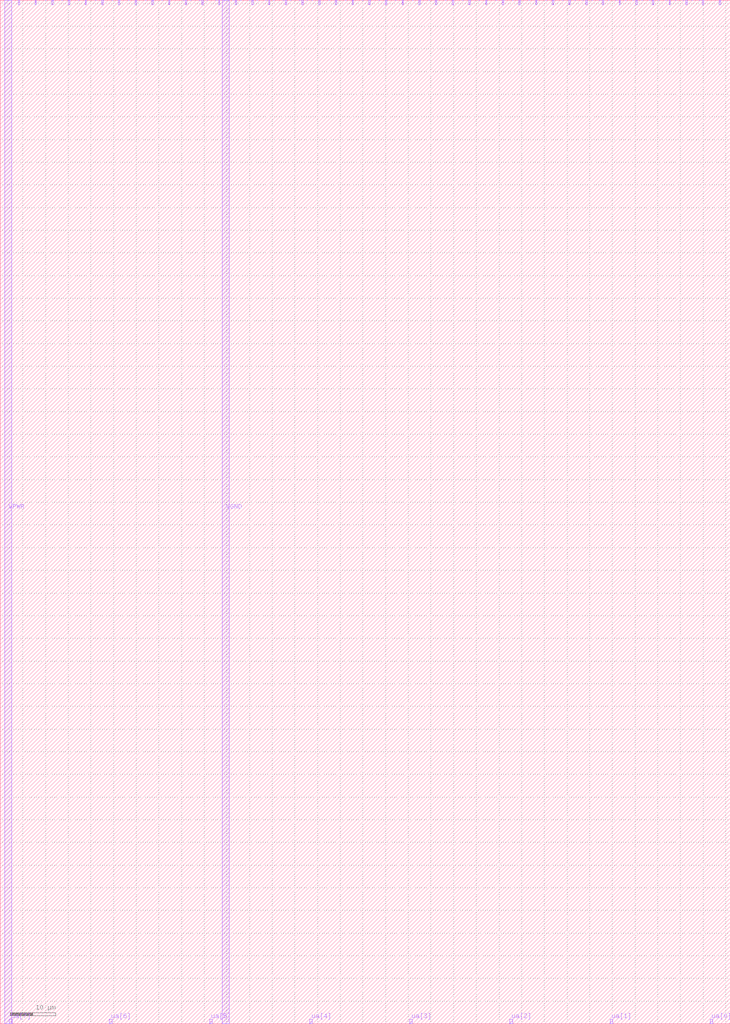
<source format=lef>
VERSION 5.7 ;
  NOWIREEXTENSIONATPIN ON ;
  DIVIDERCHAR "/" ;
  BUSBITCHARS "[]" ;
MACRO tt_um_mattvenn_analog_test
  CLASS BLOCK ;
  FOREIGN tt_um_mattvenn_analog_test ;
  ORIGIN 0.000 0.000 ;
  SIZE 161.000 BY 225.760 ;
  PIN clk
    DIRECTION INPUT ;
    USE SIGNAL ;
    PORT
      LAYER met4 ;
        RECT 154.870 224.760 155.170 225.760 ;
    END
  END clk
  PIN ena
    DIRECTION INPUT ;
    USE SIGNAL ;
    PORT
      LAYER met4 ;
        RECT 158.550 224.760 158.850 225.760 ;
    END
  END ena
  PIN rst_n
    DIRECTION INPUT ;
    USE SIGNAL ;
    PORT
      LAYER met4 ;
        RECT 151.190 224.760 151.490 225.760 ;
    END
  END rst_n
  PIN ua[0]
    DIRECTION INOUT ;
    USE SIGNAL ;
    PORT
      LAYER met4 ;
        RECT 156.560 0.000 157.160 1.000 ;
    END
  END ua[0]
  PIN ua[1]
    DIRECTION INOUT ;
    USE SIGNAL ;
    PORT
      LAYER met4 ;
        RECT 134.480 0.000 135.080 1.000 ;
    END
  END ua[1]
  PIN ua[2]
    DIRECTION INOUT ;
    USE SIGNAL ;
    PORT
      LAYER met4 ;
        RECT 112.400 0.000 113.000 1.000 ;
    END
  END ua[2]
  PIN ua[3]
    DIRECTION INOUT ;
    USE SIGNAL ;
    PORT
      LAYER met4 ;
        RECT 90.320 0.000 90.920 1.000 ;
    END
  END ua[3]
  PIN ua[4]
    DIRECTION INOUT ;
    USE SIGNAL ;
    PORT
      LAYER met4 ;
        RECT 68.240 0.000 68.840 1.000 ;
    END
  END ua[4]
  PIN ua[5]
    DIRECTION INOUT ;
    USE SIGNAL ;
    PORT
      LAYER met4 ;
        RECT 46.160 0.000 46.760 1.000 ;
    END
  END ua[5]
  PIN ua[6]
    DIRECTION INOUT ;
    USE SIGNAL ;
    PORT
      LAYER met4 ;
        RECT 24.080 0.000 24.680 1.000 ;
    END
  END ua[6]
  PIN ua[7]
    DIRECTION INOUT ;
    USE SIGNAL ;
    PORT
      LAYER met4 ;
        RECT 2.000 0.000 2.600 1.000 ;
    END
  END ua[7]
  PIN ui_in[0]
    DIRECTION INPUT ;
    USE SIGNAL ;
    PORT
      LAYER met4 ;
        RECT 147.510 224.760 147.810 225.760 ;
    END
  END ui_in[0]
  PIN ui_in[1]
    DIRECTION INPUT ;
    USE SIGNAL ;
    PORT
      LAYER met4 ;
        RECT 143.830 224.760 144.130 225.760 ;
    END
  END ui_in[1]
  PIN ui_in[2]
    DIRECTION INPUT ;
    USE SIGNAL ;
    PORT
      LAYER met4 ;
        RECT 140.150 224.760 140.450 225.760 ;
    END
  END ui_in[2]
  PIN ui_in[3]
    DIRECTION INPUT ;
    USE SIGNAL ;
    PORT
      LAYER met4 ;
        RECT 136.470 224.760 136.770 225.760 ;
    END
  END ui_in[3]
  PIN ui_in[4]
    DIRECTION INPUT ;
    USE SIGNAL ;
    PORT
      LAYER met4 ;
        RECT 132.790 224.760 133.090 225.760 ;
    END
  END ui_in[4]
  PIN ui_in[5]
    DIRECTION INPUT ;
    USE SIGNAL ;
    PORT
      LAYER met4 ;
        RECT 129.110 224.760 129.410 225.760 ;
    END
  END ui_in[5]
  PIN ui_in[6]
    DIRECTION INPUT ;
    USE SIGNAL ;
    PORT
      LAYER met4 ;
        RECT 125.430 224.760 125.730 225.760 ;
    END
  END ui_in[6]
  PIN ui_in[7]
    DIRECTION INPUT ;
    USE SIGNAL ;
    PORT
      LAYER met4 ;
        RECT 121.750 224.760 122.050 225.760 ;
    END
  END ui_in[7]
  PIN uio_in[0]
    DIRECTION INPUT ;
    USE SIGNAL ;
    PORT
      LAYER met4 ;
        RECT 118.070 224.760 118.370 225.760 ;
    END
  END uio_in[0]
  PIN uio_in[1]
    DIRECTION INPUT ;
    USE SIGNAL ;
    PORT
      LAYER met4 ;
        RECT 114.390 224.760 114.690 225.760 ;
    END
  END uio_in[1]
  PIN uio_in[2]
    DIRECTION INPUT ;
    USE SIGNAL ;
    PORT
      LAYER met4 ;
        RECT 110.710 224.760 111.010 225.760 ;
    END
  END uio_in[2]
  PIN uio_in[3]
    DIRECTION INPUT ;
    USE SIGNAL ;
    PORT
      LAYER met4 ;
        RECT 107.030 224.760 107.330 225.760 ;
    END
  END uio_in[3]
  PIN uio_in[4]
    DIRECTION INPUT ;
    USE SIGNAL ;
    PORT
      LAYER met4 ;
        RECT 103.350 224.760 103.650 225.760 ;
    END
  END uio_in[4]
  PIN uio_in[5]
    DIRECTION INPUT ;
    USE SIGNAL ;
    PORT
      LAYER met4 ;
        RECT 99.670 224.760 99.970 225.760 ;
    END
  END uio_in[5]
  PIN uio_in[6]
    DIRECTION INPUT ;
    USE SIGNAL ;
    PORT
      LAYER met4 ;
        RECT 95.990 224.760 96.290 225.760 ;
    END
  END uio_in[6]
  PIN uio_in[7]
    DIRECTION INPUT ;
    USE SIGNAL ;
    PORT
      LAYER met4 ;
        RECT 92.310 224.760 92.610 225.760 ;
    END
  END uio_in[7]
  PIN uio_oe[0]
    DIRECTION OUTPUT TRISTATE ;
    USE SIGNAL ;
    PORT
      LAYER met4 ;
        RECT 29.750 224.760 30.050 225.760 ;
    END
  END uio_oe[0]
  PIN uio_oe[1]
    DIRECTION OUTPUT TRISTATE ;
    USE SIGNAL ;
    PORT
      LAYER met4 ;
        RECT 26.070 224.760 26.370 225.760 ;
    END
  END uio_oe[1]
  PIN uio_oe[2]
    DIRECTION OUTPUT TRISTATE ;
    USE SIGNAL ;
    PORT
      LAYER met4 ;
        RECT 22.390 224.760 22.690 225.760 ;
    END
  END uio_oe[2]
  PIN uio_oe[3]
    DIRECTION OUTPUT TRISTATE ;
    USE SIGNAL ;
    PORT
      LAYER met4 ;
        RECT 18.710 224.760 19.010 225.760 ;
    END
  END uio_oe[3]
  PIN uio_oe[4]
    DIRECTION OUTPUT TRISTATE ;
    USE SIGNAL ;
    PORT
      LAYER met4 ;
        RECT 15.030 224.760 15.330 225.760 ;
    END
  END uio_oe[4]
  PIN uio_oe[5]
    DIRECTION OUTPUT TRISTATE ;
    USE SIGNAL ;
    PORT
      LAYER met4 ;
        RECT 11.350 224.760 11.650 225.760 ;
    END
  END uio_oe[5]
  PIN uio_oe[6]
    DIRECTION OUTPUT TRISTATE ;
    USE SIGNAL ;
    PORT
      LAYER met4 ;
        RECT 7.670 224.760 7.970 225.760 ;
    END
  END uio_oe[6]
  PIN uio_oe[7]
    DIRECTION OUTPUT TRISTATE ;
    USE SIGNAL ;
    PORT
      LAYER met4 ;
        RECT 3.990 224.760 4.290 225.760 ;
    END
  END uio_oe[7]
  PIN uio_out[0]
    DIRECTION OUTPUT TRISTATE ;
    USE SIGNAL ;
    PORT
      LAYER met4 ;
        RECT 59.190 224.760 59.490 225.760 ;
    END
  END uio_out[0]
  PIN uio_out[1]
    DIRECTION OUTPUT TRISTATE ;
    USE SIGNAL ;
    PORT
      LAYER met4 ;
        RECT 55.510 224.760 55.810 225.760 ;
    END
  END uio_out[1]
  PIN uio_out[2]
    DIRECTION OUTPUT TRISTATE ;
    USE SIGNAL ;
    PORT
      LAYER met4 ;
        RECT 51.830 224.760 52.130 225.760 ;
    END
  END uio_out[2]
  PIN uio_out[3]
    DIRECTION OUTPUT TRISTATE ;
    USE SIGNAL ;
    PORT
      LAYER met4 ;
        RECT 48.150 224.760 48.450 225.760 ;
    END
  END uio_out[3]
  PIN uio_out[4]
    DIRECTION OUTPUT TRISTATE ;
    USE SIGNAL ;
    PORT
      LAYER met4 ;
        RECT 44.470 224.760 44.770 225.760 ;
    END
  END uio_out[4]
  PIN uio_out[5]
    DIRECTION OUTPUT TRISTATE ;
    USE SIGNAL ;
    PORT
      LAYER met4 ;
        RECT 40.790 224.760 41.090 225.760 ;
    END
  END uio_out[5]
  PIN uio_out[6]
    DIRECTION OUTPUT TRISTATE ;
    USE SIGNAL ;
    PORT
      LAYER met4 ;
        RECT 37.110 224.760 37.410 225.760 ;
    END
  END uio_out[6]
  PIN uio_out[7]
    DIRECTION OUTPUT TRISTATE ;
    USE SIGNAL ;
    PORT
      LAYER met4 ;
        RECT 33.430 224.760 33.730 225.760 ;
    END
  END uio_out[7]
  PIN uo_out[0]
    DIRECTION OUTPUT TRISTATE ;
    USE SIGNAL ;
    PORT
      LAYER met4 ;
        RECT 88.630 224.760 88.930 225.760 ;
    END
  END uo_out[0]
  PIN uo_out[1]
    DIRECTION OUTPUT TRISTATE ;
    USE SIGNAL ;
    PORT
      LAYER met4 ;
        RECT 84.950 224.760 85.250 225.760 ;
    END
  END uo_out[1]
  PIN uo_out[2]
    DIRECTION OUTPUT TRISTATE ;
    USE SIGNAL ;
    PORT
      LAYER met4 ;
        RECT 81.270 224.760 81.570 225.760 ;
    END
  END uo_out[2]
  PIN uo_out[3]
    DIRECTION OUTPUT TRISTATE ;
    USE SIGNAL ;
    PORT
      LAYER met4 ;
        RECT 77.590 224.760 77.890 225.760 ;
    END
  END uo_out[3]
  PIN uo_out[4]
    DIRECTION OUTPUT TRISTATE ;
    USE SIGNAL ;
    PORT
      LAYER met4 ;
        RECT 73.910 224.760 74.210 225.760 ;
    END
  END uo_out[4]
  PIN uo_out[5]
    DIRECTION OUTPUT TRISTATE ;
    USE SIGNAL ;
    PORT
      LAYER met4 ;
        RECT 70.230 224.760 70.530 225.760 ;
    END
  END uo_out[5]
  PIN uo_out[6]
    DIRECTION OUTPUT TRISTATE ;
    USE SIGNAL ;
    PORT
      LAYER met4 ;
        RECT 66.550 224.760 66.850 225.760 ;
    END
  END uo_out[6]
  PIN uo_out[7]
    DIRECTION OUTPUT TRISTATE ;
    USE SIGNAL ;
    PORT
      LAYER met4 ;
        RECT 62.870 224.760 63.170 225.760 ;
    END
  END uo_out[7]
  PIN VPWR
    DIRECTION INOUT ;
    USE POWER ;
    PORT
      LAYER met4 ;
        RECT 1.000 0.000 2.500 225.760 ;
    END
  END VPWR
  PIN VGND
    DIRECTION INOUT ;
    USE GROUND ;
    PORT
      LAYER met4 ;
        RECT 49.000 0.000 50.500 225.760 ;
    END
  END VGND
END tt_um_mattvenn_analog_test
END LIBRARY


</source>
